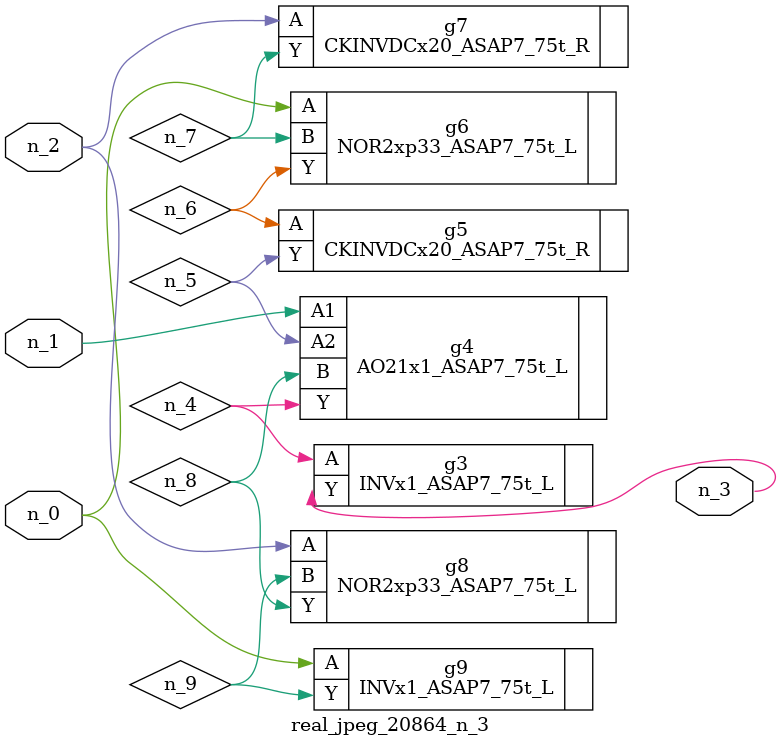
<source format=v>
module real_jpeg_20864_n_3 (n_1, n_0, n_2, n_3);

input n_1;
input n_0;
input n_2;

output n_3;

wire n_5;
wire n_8;
wire n_4;
wire n_6;
wire n_7;
wire n_9;

NOR2xp33_ASAP7_75t_L g6 ( 
.A(n_0),
.B(n_7),
.Y(n_6)
);

INVx1_ASAP7_75t_L g9 ( 
.A(n_0),
.Y(n_9)
);

AO21x1_ASAP7_75t_L g4 ( 
.A1(n_1),
.A2(n_5),
.B(n_8),
.Y(n_4)
);

CKINVDCx20_ASAP7_75t_R g7 ( 
.A(n_2),
.Y(n_7)
);

NOR2xp33_ASAP7_75t_L g8 ( 
.A(n_2),
.B(n_9),
.Y(n_8)
);

INVx1_ASAP7_75t_L g3 ( 
.A(n_4),
.Y(n_3)
);

CKINVDCx20_ASAP7_75t_R g5 ( 
.A(n_6),
.Y(n_5)
);


endmodule
</source>
